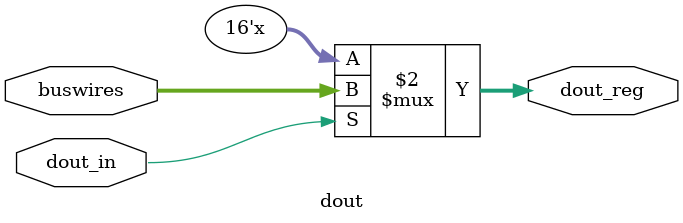
<source format=v>
module dout(buswires, dout_in, dout_reg); //retorna o valor que guardarei na memoria
	input [15:0] buswires;
	input dout_in;
	output reg [15:0]dout_reg;
	
	always@(dout_in)begin
		if(dout_in)
			dout_reg[15:0] <= buswires;
	end
endmodule

</source>
